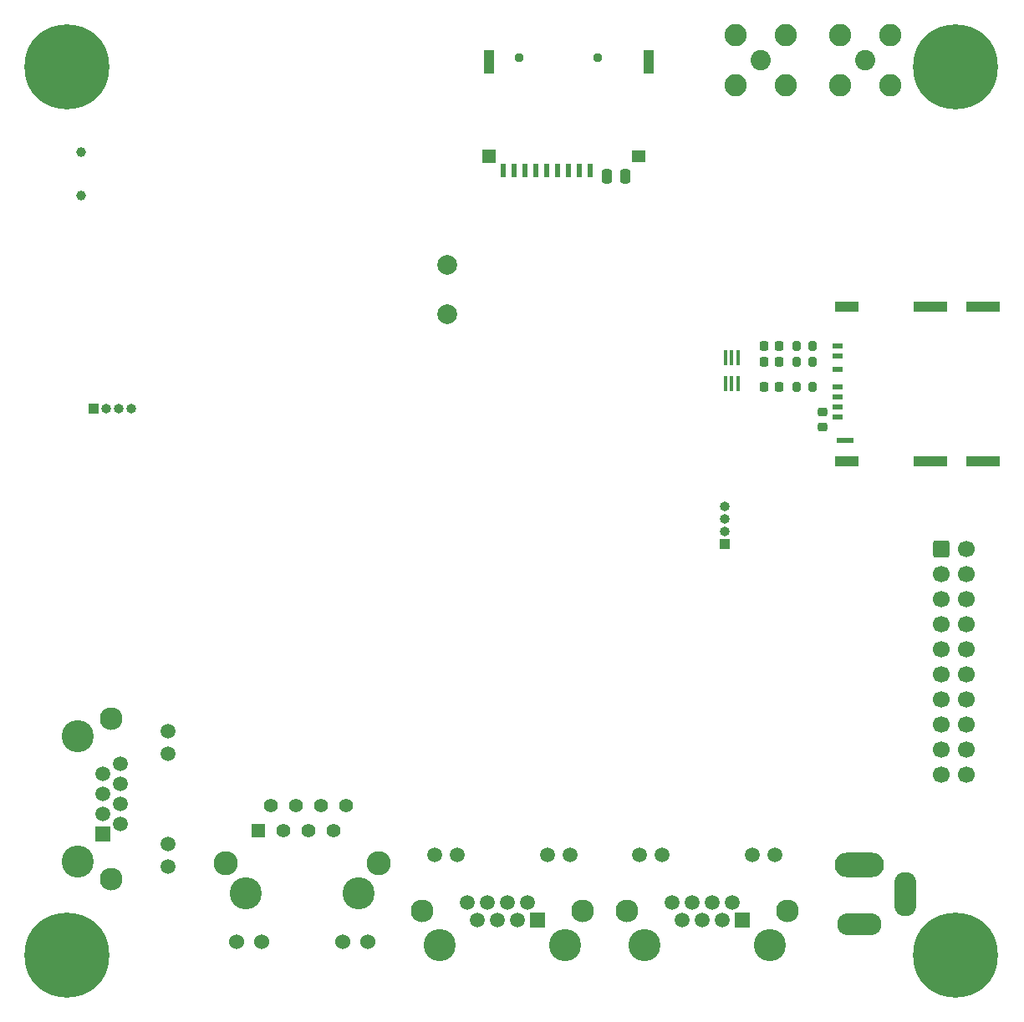
<source format=gbs>
G04 #@! TF.GenerationSoftware,KiCad,Pcbnew,(6.0.0)*
G04 #@! TF.CreationDate,2022-01-13T12:23:07+04:00*
G04 #@! TF.ProjectId,Gateway_STM32_ver_2_0,47617465-7761-4795-9f53-544d33325f76,rev?*
G04 #@! TF.SameCoordinates,Original*
G04 #@! TF.FileFunction,Soldermask,Bot*
G04 #@! TF.FilePolarity,Negative*
%FSLAX46Y46*%
G04 Gerber Fmt 4.6, Leading zero omitted, Abs format (unit mm)*
G04 Created by KiCad (PCBNEW (6.0.0)) date 2022-01-13 12:23:07*
%MOMM*%
%LPD*%
G01*
G04 APERTURE LIST*
G04 Aperture macros list*
%AMRoundRect*
0 Rectangle with rounded corners*
0 $1 Rounding radius*
0 $2 $3 $4 $5 $6 $7 $8 $9 X,Y pos of 4 corners*
0 Add a 4 corners polygon primitive as box body*
4,1,4,$2,$3,$4,$5,$6,$7,$8,$9,$2,$3,0*
0 Add four circle primitives for the rounded corners*
1,1,$1+$1,$2,$3*
1,1,$1+$1,$4,$5*
1,1,$1+$1,$6,$7*
1,1,$1+$1,$8,$9*
0 Add four rect primitives between the rounded corners*
20,1,$1+$1,$2,$3,$4,$5,0*
20,1,$1+$1,$4,$5,$6,$7,0*
20,1,$1+$1,$6,$7,$8,$9,0*
20,1,$1+$1,$8,$9,$2,$3,0*%
G04 Aperture macros list end*
%ADD10C,0.950000*%
%ADD11R,0.620000X1.400000*%
%ADD12R,1.100000X2.400000*%
%ADD13R,1.350000X1.270000*%
%ADD14R,1.350000X1.420000*%
%ADD15C,0.900000*%
%ADD16C,8.600000*%
%ADD17C,2.300000*%
%ADD18C,1.500000*%
%ADD19R,1.500000X1.500000*%
%ADD20C,3.250000*%
%ADD21R,1.000000X1.000000*%
%ADD22O,1.000000X1.000000*%
%ADD23O,5.000000X2.500000*%
%ADD24O,4.500000X2.250000*%
%ADD25O,2.250000X4.500000*%
%ADD26RoundRect,0.250000X-0.600000X-0.600000X0.600000X-0.600000X0.600000X0.600000X-0.600000X0.600000X0*%
%ADD27C,1.700000*%
%ADD28C,2.050000*%
%ADD29C,2.250000*%
%ADD30C,2.000000*%
%ADD31C,2.445000*%
%ADD32C,1.530000*%
%ADD33C,1.398000*%
%ADD34R,1.398000X1.398000*%
%ADD35C,1.000000*%
%ADD36RoundRect,0.200000X-0.200000X-0.275000X0.200000X-0.275000X0.200000X0.275000X-0.200000X0.275000X0*%
%ADD37RoundRect,0.225000X0.225000X0.250000X-0.225000X0.250000X-0.225000X-0.250000X0.225000X-0.250000X0*%
%ADD38RoundRect,0.225000X-0.250000X0.225000X-0.250000X-0.225000X0.250000X-0.225000X0.250000X0.225000X0*%
%ADD39RoundRect,0.250000X0.250000X0.475000X-0.250000X0.475000X-0.250000X-0.475000X0.250000X-0.475000X0*%
%ADD40R,1.800000X0.500000*%
%ADD41R,1.000000X0.550000*%
%ADD42R,2.400000X1.000000*%
%ADD43R,3.400000X1.000000*%
%ADD44R,0.400000X1.500000*%
G04 APERTURE END LIST*
D10*
X90800000Y-74050000D03*
X98800000Y-74050000D03*
D11*
X97980000Y-85470000D03*
X96880000Y-85470000D03*
X95780000Y-85470000D03*
X94680000Y-85470000D03*
X93580000Y-85470000D03*
X92480000Y-85470000D03*
X91380000Y-85470000D03*
X90280000Y-85470000D03*
D12*
X87800000Y-74470000D03*
X103950000Y-74470000D03*
D13*
X102950000Y-84070000D03*
D14*
X87800000Y-84070000D03*
D11*
X89180000Y-85470000D03*
D15*
X45000000Y-161775000D03*
X47280419Y-162719581D03*
X41775000Y-165000000D03*
X42719581Y-167280419D03*
X48225000Y-165000000D03*
X45000000Y-168225000D03*
D16*
X45000000Y-165000000D03*
D15*
X47280419Y-167280419D03*
X42719581Y-162719581D03*
X138225000Y-165000000D03*
D16*
X135000000Y-165000000D03*
D15*
X132719581Y-162719581D03*
X135000000Y-168225000D03*
X132719581Y-167280419D03*
X131775000Y-165000000D03*
X135000000Y-161775000D03*
X137280419Y-162719581D03*
X137280419Y-167280419D03*
D17*
X49515000Y-141020000D03*
X49515000Y-157280000D03*
D18*
X55225000Y-142290000D03*
X55225000Y-144580000D03*
X55225000Y-153720000D03*
X55225000Y-156010000D03*
X50405000Y-145598000D03*
X48625000Y-146614000D03*
X50405000Y-147630000D03*
X48625000Y-148646000D03*
X50405000Y-149662000D03*
X48625000Y-150678000D03*
X50405000Y-151694000D03*
D19*
X48625000Y-152710000D03*
D20*
X46085000Y-155500000D03*
X46085000Y-142800000D03*
D21*
X47750000Y-109625000D03*
D22*
X49020000Y-109625000D03*
X50290000Y-109625000D03*
X51560000Y-109625000D03*
D23*
X125225000Y-155837500D03*
D24*
X125225000Y-161837500D03*
D25*
X129925000Y-158837500D03*
D26*
X133560000Y-123840000D03*
D27*
X136100000Y-123840000D03*
X133560000Y-126380000D03*
X136100000Y-126380000D03*
X133560000Y-128920000D03*
X136100000Y-128920000D03*
X133560000Y-131460000D03*
X136100000Y-131460000D03*
X133560000Y-134000000D03*
X136100000Y-134000000D03*
X133560000Y-136540000D03*
X136100000Y-136540000D03*
X133560000Y-139080000D03*
X136100000Y-139080000D03*
X133560000Y-141620000D03*
X136100000Y-141620000D03*
X133560000Y-144160000D03*
X136100000Y-144160000D03*
X133560000Y-146700000D03*
X136100000Y-146700000D03*
D28*
X125875000Y-74300000D03*
D29*
X128415000Y-71760000D03*
X123335000Y-76840000D03*
X128415000Y-76840000D03*
X123335000Y-71760000D03*
D21*
X111675000Y-123300000D03*
D22*
X111675000Y-122030000D03*
X111675000Y-120760000D03*
X111675000Y-119490000D03*
D30*
X83500000Y-100050000D03*
X83500000Y-95050000D03*
D17*
X80961250Y-160510000D03*
X97221250Y-160510000D03*
D18*
X82231250Y-154800000D03*
X84521250Y-154800000D03*
X93661250Y-154800000D03*
X95951250Y-154800000D03*
X85539250Y-159620000D03*
X86555250Y-161400000D03*
X87571250Y-159620000D03*
X88587250Y-161400000D03*
X89603250Y-159620000D03*
X90619250Y-161400000D03*
X91635250Y-159620000D03*
D19*
X92651250Y-161400000D03*
D20*
X95441250Y-163940000D03*
X82741250Y-163940000D03*
D28*
X115300000Y-74300000D03*
D29*
X117840000Y-71760000D03*
X112760000Y-71760000D03*
X117840000Y-76840000D03*
X112760000Y-76840000D03*
D15*
X42719581Y-77280419D03*
X47280419Y-72719581D03*
X42719581Y-72719581D03*
X48225000Y-75000000D03*
X45000000Y-78225000D03*
X45000000Y-71775000D03*
X41775000Y-75000000D03*
D16*
X45000000Y-75000000D03*
D15*
X47280419Y-77280419D03*
D31*
X76582500Y-155680000D03*
X61092500Y-155680000D03*
D32*
X75462500Y-163630000D03*
X72922500Y-163630000D03*
X64752500Y-163630000D03*
X62212500Y-163630000D03*
D33*
X73277500Y-149840000D03*
X72007500Y-152380000D03*
X70737500Y-149840000D03*
X69467500Y-152380000D03*
X68197500Y-149840000D03*
X66927500Y-152380000D03*
X65657500Y-149840000D03*
D34*
X64387500Y-152380000D03*
D20*
X74552500Y-158730000D03*
X63122500Y-158730000D03*
D15*
X132719581Y-77280419D03*
X137280419Y-72719581D03*
X138225000Y-75000000D03*
D16*
X135000000Y-75000000D03*
D15*
X131775000Y-75000000D03*
X135000000Y-78225000D03*
X135000000Y-71775000D03*
X137280419Y-77280419D03*
X132719581Y-72719581D03*
D35*
X46475000Y-88025000D03*
X46475000Y-83625000D03*
D17*
X118005000Y-160510000D03*
X101745000Y-160510000D03*
D18*
X103015000Y-154800000D03*
X105305000Y-154800000D03*
X114445000Y-154800000D03*
X116735000Y-154800000D03*
X106323000Y-159620000D03*
X107339000Y-161400000D03*
X108355000Y-159620000D03*
X109371000Y-161400000D03*
X110387000Y-159620000D03*
X111403000Y-161400000D03*
X112419000Y-159620000D03*
D19*
X113435000Y-161400000D03*
D20*
X116225000Y-163940000D03*
X103525000Y-163940000D03*
D36*
X118875000Y-107450000D03*
X120525000Y-107450000D03*
X118875000Y-103300000D03*
X120525000Y-103300000D03*
D37*
X117175000Y-103300000D03*
X115625000Y-103300000D03*
D38*
X121500000Y-109925000D03*
X121500000Y-111475000D03*
D39*
X101600000Y-86125000D03*
X99700000Y-86125000D03*
D36*
X118875000Y-104850000D03*
X120525000Y-104850000D03*
D40*
X123795000Y-112875000D03*
D41*
X123095000Y-105675000D03*
X123095000Y-104270000D03*
X123095000Y-108460000D03*
X123095000Y-110460000D03*
D42*
X123995000Y-99325000D03*
D43*
X137795000Y-114975000D03*
X132495000Y-114975000D03*
X137795000Y-99325000D03*
D42*
X123995000Y-114975000D03*
D43*
X132495000Y-99325000D03*
D41*
X123095000Y-103270000D03*
X123095000Y-107460000D03*
X123095000Y-109460000D03*
D37*
X117175000Y-104850000D03*
X115625000Y-104850000D03*
X117175000Y-107450000D03*
X115625000Y-107450000D03*
D44*
X113000000Y-107080000D03*
X112350000Y-107080000D03*
X111700000Y-107080000D03*
X111700000Y-104420000D03*
X112350000Y-104420000D03*
X113000000Y-104420000D03*
M02*

</source>
